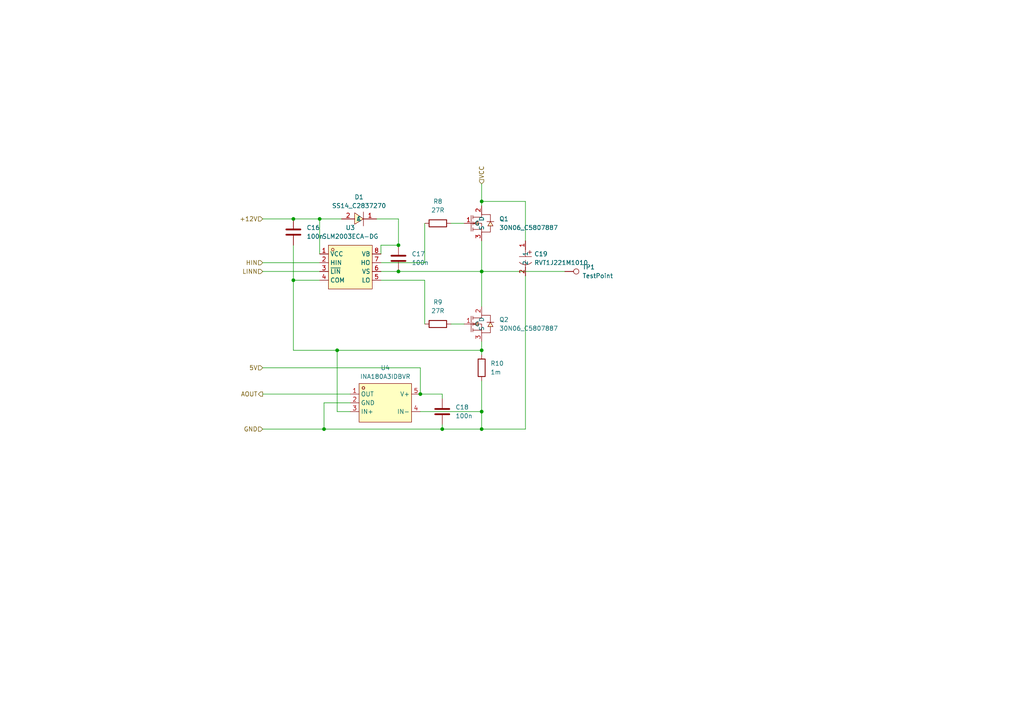
<source format=kicad_sch>
(kicad_sch (version 20250114) (generator "eeschema") (generator_version "9.0")
  (paper "A4")
  (lib_symbols
    (symbol "Connector:TestPoint" (pin_numbers (hide yes)) (pin_names (offset 0.762) (hide yes))
      (property "Reference" "TP" (at 0 6.858 0))
      (property "Value" "TestPoint" (at 0 5.08 0))
      (symbol "TestPoint_0_1"
        (circle (center 0 3.302) (radius 0.762))
      )
      (symbol "TestPoint_1_1"
        (pin passive line (at 0 0 90) (length 2.54) (name "1") (number "1"))
      )
    )
    (symbol "Device:C" (pin_numbers (hide yes)) (pin_names (offset 0.254))
      (property "Reference" "C" (at 0.635 2.54 0))
      (property "Value" "C" (at 0.635 -2.54 0))
      (symbol "C_0_1"
        (polyline (pts (xy -2.032 0.762) (xy 2.032 0.762)) (stroke (width 0.508)))
        (polyline (pts (xy -2.032 -0.762) (xy 2.032 -0.762)) (stroke (width 0.508)))
      )
      (symbol "C_1_1"
        (pin passive line (at 0 3.81 270) (length 2.794) (name "~") (number "1"))
        (pin passive line (at 0 -3.81 90) (length 2.794) (name "~") (number "2"))
      )
    )
    (symbol "Device:R" (pin_numbers (hide yes)) (pin_names (offset 0))
      (property "Reference" "R" (at 2.032 0 90))
      (property "Value" "R" (at 0 0 90))
      (symbol "R_0_1"
        (rectangle (start -1.016 -2.54) (end 1.016 2.54) (stroke (width 0.254)))
      )
      (symbol "R_1_1"
        (pin passive line (at 0 3.81 270) (length 1.27) (name "~") (number "1"))
        (pin passive line (at 0 -3.81 90) (length 1.27) (name "~") (number "2"))
      )
    )
    (symbol "easyeda2kicad:30N06_C5807887"
      (property "Reference" "Q" (at 0 10.16 0))
      (property "Value" "30N06_C5807887" (at 0 -10.16 0))
      (symbol "30N06_C5807887_0_1"
        (polyline (pts (xy -3.05 2.29) (xy -3.05 -2.29)))
        (polyline (pts (xy -2.54 2.29) (xy -2.54 1.27)))
        (polyline (pts (xy -2.54 1.78) (xy 0 1.78) (xy 0 2.54) (xy 2.54 2.54) (xy 2.54 0.51)))
        (polyline (pts (xy -2.54 0) (xy -1.02 -0.51) (xy -1.02 0.51) (xy -2.54 0)) (fill (type background)))
        (polyline (pts (xy -2.54 0) (xy 0 0) (xy 0 -2.54) (xy 2.54 -2.54) (xy 2.54 -0.76)))
        (polyline (pts (xy -2.54 -0.51) (xy -2.54 0.51)))
        (polyline (pts (xy -2.54 -2.29) (xy -2.54 -1.27)))
        (polyline (pts (xy 0 -1.78) (xy -2.54 -1.78)))
        (polyline (pts (xy 2.54 0.51) (xy 1.78 -0.76) (xy 3.3 -0.76) (xy 2.54 0.51)) (fill (type background)))
        (polyline (pts (xy 3.56 0.51) (xy 3.05 0.51) (xy 2.03 0.51) (xy 1.52 0.51)))
        (pin unspecified line (at -5.08 0 0) (length 2.54) (name "G") (number "1"))
        (pin unspecified line (at 0 5.08 270) (length 2.54) (name "D") (number "2"))
        (pin unspecified line (at 0 -5.08 90) (length 2.54) (name "S") (number "3"))
      )
    )
    (symbol "easyeda2kicad:INA180A3IDBVR"
      (property "Reference" "U" (at 0 7.62 0))
      (property "Value" "INA180A3IDBVR" (at 0 -7.62 0))
      (symbol "INA180A3IDBVR_0_1"
        (rectangle (start -7.62 5.59) (end 7.62 -5.59) (fill (type background)))
        (circle (center -6.35 4.32) (radius 0.38))
        (circle (center -6.35 4.32) (radius 0.38))
        (pin unspecified line (at -10.16 2.54 0) (length 2.54) (name "OUT") (number "1"))
        (pin unspecified line (at -10.16 0 0) (length 2.54) (name "GND") (number "2"))
        (pin unspecified line (at -10.16 -2.54 0) (length 2.54) (name "IN+") (number "3"))
        (pin unspecified line (at 10.16 2.54 180) (length 2.54) (name "V+") (number "5"))
        (pin unspecified line (at 10.16 -2.54 180) (length 2.54) (name "IN-") (number "4"))
      )
    )
    (symbol "easyeda2kicad:RVT1J221M1010"
      (property "Reference" "C" (at 0 5.08 0))
      (property "Value" "RVT1J221M1010" (at 0 -5.08 0))
      (symbol "RVT1J221M1010_0_1"
        (polyline (pts (xy -2.54 0) (xy -0.51 0)))
        (polyline (pts (xy -2.29 1.27) (xy -1.27 1.27)))
        (polyline (pts (xy -1.78 1.78) (xy -1.78 0.76)))
        (arc (start 1.15 1.79) (mid 1.8578 0.0159) (end 1.13 -1.75))
        (polyline (pts (xy -0.51 1.78) (xy -0.51 -1.78)))
        (polyline (pts (xy 0.51 0) (xy 2.54 0)))
        (pin input line (at -5.08 0 0) (length 2.54) (name "1") (number "1"))
        (pin input line (at 5.08 0 180) (length 2.54) (name "2") (number "2"))
      )
    )
    (symbol "easyeda2kicad:SLM2003ECA-DG"
      (property "Reference" "U" (at 0 8.89 0))
      (property "Value" "SLM2003ECA-DG" (at 0 -8.89 0))
      (symbol "SLM2003ECA-DG_0_1"
        (rectangle (start -6.35 6.35) (end 6.35 -6.35) (fill (type background)))
        (circle (center -5.08 5.08) (radius 0.38))
        (pin unspecified line (at -8.89 3.81 0) (length 2.54) (name "VCC") (number "1"))
        (pin unspecified line (at -8.89 1.27 0) (length 2.54) (name "HIN") (number "2"))
        (pin unspecified line (at -8.89 -1.27 0) (length 2.54) (name "~{LIN}") (number "3"))
        (pin unspecified line (at -8.89 -3.81 0) (length 2.54) (name "COM") (number "4"))
        (pin unspecified line (at 8.89 3.81 180) (length 2.54) (name "VB") (number "8"))
        (pin unspecified line (at 8.89 1.27 180) (length 2.54) (name "HO") (number "7"))
        (pin unspecified line (at 8.89 -1.27 180) (length 2.54) (name "VS") (number "6"))
        (pin unspecified line (at 8.89 -3.81 180) (length 2.54) (name "LO") (number "5"))
      )
    )
    (symbol "easyeda2kicad:SS14_C2837270"
      (property "Reference" "D" (at 0 5.08 0))
      (property "Value" "SS14_C2837270" (at 0 -5.08 0))
      (symbol "SS14_C2837270_0_1"
        (polyline (pts (xy -1.27 2.03) (xy -1.27 -2.03)))
        (polyline (pts (xy 1.27 1.52) (xy -1.27 0) (xy 1.27 -1.78) (xy 1.27 1.52)) (fill (type background)))
        (pin unspecified line (at -5.08 0 0) (length 3.81) (name "C") (number "1"))
        (pin unspecified line (at 5.08 0 180) (length 3.81) (name "A") (number "2"))
      )
    )
  )
  (junction (at 128.27 124.46))
  (junction (at 115.57 78.74))
  (junction (at 139.7 119.38))
  (junction (at 121.92 114.3))
  (junction (at 97.79 101.6))
  (junction (at 92.71 63.5))
  (junction (at 93.98 124.46))
  (junction (at 139.7 124.46))
  (junction (at 85.09 81.28))
  (junction (at 85.09 63.5))
  (junction (at 139.7 58.42))
  (junction (at 115.57 71.12))
  (junction (at 139.7 101.6))
  (junction (at 139.7 78.74))
  (wire (pts (xy 110.49 71.12) (xy 110.49 73.66)))
  (wire (pts (xy 76.2 124.46) (xy 93.98 124.46)))
  (wire (pts (xy 115.57 78.74) (xy 139.7 78.74)))
  (wire (pts (xy 93.98 124.46) (xy 128.27 124.46)))
  (wire (pts (xy 139.7 78.74) (xy 163.83 78.74)))
  (wire (pts (xy 85.09 71.12) (xy 85.09 81.28)))
  (wire (pts (xy 152.4 69.85) (xy 152.4 58.42)))
  (wire (pts (xy 110.49 78.74) (xy 115.57 78.74)))
  (wire (pts (xy 139.7 78.74) (xy 139.7 88.9)))
  (wire (pts (xy 139.7 58.42) (xy 152.4 58.42)))
  (wire (pts (xy 121.92 106.68) (xy 121.92 114.3)))
  (wire (pts (xy 92.71 63.5) (xy 92.71 73.66)))
  (wire (pts (xy 76.2 114.3) (xy 101.6 114.3)))
  (wire (pts (xy 76.2 106.68) (xy 121.92 106.68)))
  (wire (pts (xy 139.7 102.87) (xy 139.7 101.6)))
  (wire (pts (xy 128.27 115.57) (xy 128.27 114.3)))
  (wire (pts (xy 128.27 124.46) (xy 139.7 124.46)))
  (wire (pts (xy 130.81 93.98) (xy 134.62 93.98)))
  (wire (pts (xy 139.7 53.34) (xy 139.7 58.42)))
  (wire (pts (xy 128.27 114.3) (xy 121.92 114.3)))
  (wire (pts (xy 76.2 76.2) (xy 92.71 76.2)))
  (wire (pts (xy 123.19 81.28) (xy 123.19 93.98)))
  (wire (pts (xy 152.4 124.46) (xy 139.7 124.46)))
  (wire (pts (xy 85.09 63.5) (xy 92.71 63.5)))
  (wire (pts (xy 76.2 78.74) (xy 92.71 78.74)))
  (wire (pts (xy 115.57 63.5) (xy 115.57 71.12)))
  (wire (pts (xy 123.19 81.28) (xy 110.49 81.28)))
  (wire (pts (xy 139.7 119.38) (xy 139.7 124.46)))
  (wire (pts (xy 92.71 63.5) (xy 99.06 63.5)))
  (wire (pts (xy 93.98 116.84) (xy 93.98 124.46)))
  (wire (pts (xy 85.09 101.6) (xy 97.79 101.6)))
  (wire (pts (xy 139.7 110.49) (xy 139.7 119.38)))
  (wire (pts (xy 121.92 119.38) (xy 139.7 119.38)))
  (wire (pts (xy 128.27 123.19) (xy 128.27 124.46)))
  (wire (pts (xy 93.98 116.84) (xy 101.6 116.84)))
  (wire (pts (xy 76.2 63.5) (xy 85.09 63.5)))
  (wire (pts (xy 85.09 81.28) (xy 92.71 81.28)))
  (wire (pts (xy 97.79 119.38) (xy 97.79 101.6)))
  (wire (pts (xy 130.81 64.77) (xy 134.62 64.77)))
  (wire (pts (xy 152.4 80.01) (xy 152.4 124.46)))
  (wire (pts (xy 139.7 101.6) (xy 139.7 99.06)))
  (wire (pts (xy 85.09 81.28) (xy 85.09 101.6)))
  (wire (pts (xy 97.79 101.6) (xy 139.7 101.6)))
  (wire (pts (xy 139.7 58.42) (xy 139.7 59.69)))
  (wire (pts (xy 123.19 64.77) (xy 123.19 76.2)))
  (wire (pts (xy 115.57 71.12) (xy 110.49 71.12)))
  (wire (pts (xy 101.6 119.38) (xy 97.79 119.38)))
  (wire (pts (xy 109.22 63.5) (xy 115.57 63.5)))
  (wire (pts (xy 139.7 69.85) (xy 139.7 78.74)))
  (wire (pts (xy 123.19 76.2) (xy 110.49 76.2)))
  (hierarchical_label "AOUT" (shape output) (at 76.2 114.3 180))
  (hierarchical_label "HIN" (shape input) (at 76.2 76.2 180))
  (hierarchical_label "LINN" (shape input) (at 76.2 78.74 180))
  (hierarchical_label "VCC" (shape input) (at 139.7 53.34 90))
  (hierarchical_label "5V" (shape input) (at 76.2 106.68 180))
  (hierarchical_label "GND" (shape input) (at 76.2 124.46 180))
  (hierarchical_label "+12V" (shape input) (at 76.2 63.5 180))
  (symbol (lib_id "easyeda2kicad:30N06_C5807887") (at 139.7 64.77 0) (unit 1)
    (property "Reference" "Q1" (at 144.78 63.4999 0) (effects (justify left)))
    (property "Value" "30N06_C5807887" (at 144.78 66.0399 0) (effects (justify left)))
    (property "Footprint" "easyeda2kicad:TO-252-2_L6.6-W6.1-P4.57-LS9.9-BR-CW" (effects (hide yes)))
    (property "LCSC Part" "C5807887" (effects (hide yes)))
    (instances (project "" (path "" (reference "Q1") (unit 1)) (path "" (reference "Q3") (unit 1)) (path "" (reference "Q5") (unit 1))))
  )
  (symbol (lib_id "Device:R") (at 139.7 106.68 0) (unit 1)
    (property "Reference" "R10" (at 142.24 105.4099 0) (effects (justify left)))
    (property "Value" "1m" (at 142.24 107.9499 0) (effects (justify left)))
    (property "Footprint" "Resistor_SMD:R_1206_3216Metric" (effects (hide yes)))
    (property "Description" "Resistor" (effects (hide yes)))
    (instances (project "" (path "" (reference "R10") (unit 1)) (path "" (reference "R13") (unit 1)) (path "" (reference "R16") (unit 1))))
  )
  (symbol (lib_id "easyeda2kicad:RVT1J221M1010") (at 152.4 74.93 270) (unit 1)
    (property "Reference" "C19" (at 154.94 73.6599 90) (effects (justify left)))
    (property "Value" "RVT1J221M1010" (at 154.94 76.1999 90) (effects (justify left)))
    (property "Footprint" "easyeda2kicad:CAP-SMD_BD10.0-L10.3-W10.3-FD" (effects (hide yes)))
    (property "LCSC Part" "C42393541" (effects (hide yes)))
    (instances (project "" (path "" (reference "C19") (unit 1)) (path "" (reference "C23") (unit 1)) (path "" (reference "C27") (unit 1))))
  )
  (symbol (lib_id "easyeda2kicad:SLM2003ECA-DG") (at 101.6 77.47 0) (unit 1)
    (property "Reference" "U3" (at 101.6 66.04 0))
    (property "Value" "SLM2003ECA-DG" (at 101.6 68.58 0))
    (property "Footprint" "easyeda2kicad:SOIC-8_L4.9-W3.9-P1.27-LS6.0-BL" (effects (hide yes)))
    (property "LCSC Part" "C2943125" (effects (hide yes)))
    (instances (project "" (path "" (reference "U3") (unit 1)) (path "" (reference "U5") (unit 1)) (path "" (reference "U7") (unit 1))))
  )
  (symbol (lib_id "Connector:TestPoint") (at 163.83 78.74 270) (unit 1)
    (property "Reference" "TP1" (at 168.91 77.4699 90) (effects (justify left)))
    (property "Value" "TestPoint" (at 168.91 80.0099 90) (effects (justify left)))
    (property "Footprint" "TestPoint:TestPoint_Pad_4.0x4.0mm" (effects (hide yes)))
    (property "Description" "test point" (effects (hide yes)))
    (instances (project "" (path "" (reference "TP1") (unit 1)) (path "" (reference "TP2") (unit 1)) (path "" (reference "TP3") (unit 1))))
  )
  (symbol (lib_id "easyeda2kicad:30N06_C5807887") (at 139.7 93.98 0) (unit 1)
    (property "Reference" "Q2" (at 144.78 92.7099 0) (effects (justify left)))
    (property "Value" "30N06_C5807887" (at 144.78 95.2499 0) (effects (justify left)))
    (property "Footprint" "easyeda2kicad:TO-252-2_L6.6-W6.1-P4.57-LS9.9-BR-CW" (effects (hide yes)))
    (property "LCSC Part" "C5807887" (effects (hide yes)))
    (instances (project "" (path "" (reference "Q2") (unit 1)) (path "" (reference "Q4") (unit 1)) (path "" (reference "Q6") (unit 1))))
  )
  (symbol (lib_id "easyeda2kicad:SS14_C2837270") (at 104.14 63.5 180) (unit 1)
    (property "Reference" "D1" (at 104.14 57.15 0))
    (property "Value" "SS14_C2837270" (at 104.14 59.69 0))
    (property "Footprint" "easyeda2kicad:SMA_L4.3-W2.6-LS5.0-RD" (effects (hide yes)))
    (property "LCSC Part" "C2837270" (effects (hide yes)))
    (instances (project "" (path "" (reference "D1") (unit 1)) (path "" (reference "D2") (unit 1)) (path "" (reference "D3") (unit 1))))
  )
  (symbol (lib_id "Device:R") (at 127 64.77 90) (unit 1)
    (property "Reference" "R8" (at 127 58.42 90))
    (property "Value" "27R" (at 127 60.96 90))
    (property "Footprint" "Resistor_SMD:R_0603_1608Metric" (effects (hide yes)))
    (property "Description" "Resistor" (effects (hide yes)))
    (instances (project "" (path "" (reference "R8") (unit 1)) (path "" (reference "R11") (unit 1)) (path "" (reference "R14") (unit 1))))
  )
  (symbol (lib_id "Device:C") (at 128.27 119.38 0) (unit 1)
    (property "Reference" "C18" (at 132.08 118.1099 0) (effects (justify left)))
    (property "Value" "100n" (at 132.08 120.6499 0) (effects (justify left)))
    (property "Footprint" "Capacitor_SMD:C_0603_1608Metric" (effects (hide yes)))
    (property "Description" "Unpolarized capacitor" (effects (hide yes)))
    (instances (project "opentorque" (path "" (reference "C18") (unit 1)) (path "" (reference "C22") (unit 1)) (path "" (reference "C26") (unit 1))))
  )
  (symbol (lib_id "easyeda2kicad:INA180A3IDBVR") (at 111.76 116.84 0) (unit 1)
    (property "Reference" "U4" (at 111.76 106.68 0))
    (property "Value" "INA180A3IDBVR" (at 111.76 109.22 0))
    (property "Footprint" "easyeda2kicad:SOT-23-5_L3.0-W1.7-P0.95-LS2.8-BR" (effects (hide yes)))
    (property "Datasheet" "https://lcsc.com/product-detail/PMIC-Current-Power-Monitors-Regulators_TI_INA180A3IDBVR_INA180A3IDBVR_C122882.html" (effects (hide yes)))
    (property "LCSC Part" "C122882" (effects (hide yes)))
    (instances (project "" (path "" (reference "U4") (unit 1)) (path "" (reference "U6") (unit 1)) (path "" (reference "U8") (unit 1))))
  )
  (symbol (lib_id "Device:C") (at 115.57 74.93 0) (unit 1)
    (property "Reference" "C17" (at 119.38 73.6599 0) (effects (justify left)))
    (property "Value" "100n" (at 119.38 76.1999 0) (effects (justify left)))
    (property "Footprint" "Capacitor_SMD:C_0603_1608Metric" (effects (hide yes)))
    (property "Description" "Unpolarized capacitor" (effects (hide yes)))
    (instances (project "" (path "" (reference "C17") (unit 1)) (path "" (reference "C21") (unit 1)) (path "" (reference "C25") (unit 1))))
  )
  (symbol (lib_id "Device:R") (at 127 93.98 90) (unit 1)
    (property "Reference" "R9" (at 127 87.63 90))
    (property "Value" "27R" (at 127 90.17 90))
    (property "Footprint" "Resistor_SMD:R_0603_1608Metric" (effects (hide yes)))
    (property "Description" "Resistor" (effects (hide yes)))
    (instances (project "" (path "" (reference "R9") (unit 1)) (path "" (reference "R12") (unit 1)) (path "" (reference "R15") (unit 1))))
  )
  (symbol (lib_id "Device:C") (at 85.09 67.31 0) (unit 1)
    (property "Reference" "C16" (at 88.9 66.0399 0) (effects (justify left)))
    (property "Value" "100n" (at 88.9 68.5799 0) (effects (justify left)))
    (property "Footprint" "Capacitor_SMD:C_0603_1608Metric" (effects (hide yes)))
    (property "Description" "Unpolarized capacitor" (effects (hide yes)))
    (instances (project "" (path "" (reference "C16") (unit 1)) (path "" (reference "C20") (unit 1)) (path "" (reference "C24") (unit 1))))
  )
)
</source>
